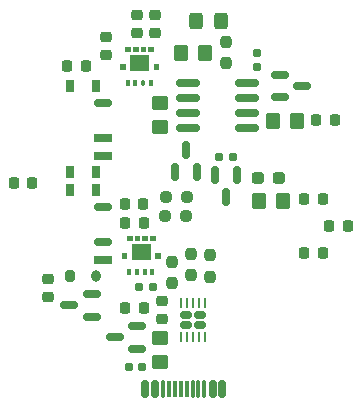
<source format=gbr>
%TF.GenerationSoftware,KiCad,Pcbnew,7.0.11*%
%TF.CreationDate,2024-09-02T12:26:07-05:00*%
%TF.ProjectId,uv_light,75765f6c-6967-4687-942e-6b696361645f,rev?*%
%TF.SameCoordinates,PX5f5e100PY5f5e100*%
%TF.FileFunction,Paste,Top*%
%TF.FilePolarity,Positive*%
%FSLAX46Y46*%
G04 Gerber Fmt 4.6, Leading zero omitted, Abs format (unit mm)*
G04 Created by KiCad (PCBNEW 7.0.11) date 2024-09-02 12:26:07*
%MOMM*%
%LPD*%
G01*
G04 APERTURE LIST*
G04 Aperture macros list*
%AMRoundRect*
0 Rectangle with rounded corners*
0 $1 Rounding radius*
0 $2 $3 $4 $5 $6 $7 $8 $9 X,Y pos of 4 corners*
0 Add a 4 corners polygon primitive as box body*
4,1,4,$2,$3,$4,$5,$6,$7,$8,$9,$2,$3,0*
0 Add four circle primitives for the rounded corners*
1,1,$1+$1,$2,$3*
1,1,$1+$1,$4,$5*
1,1,$1+$1,$6,$7*
1,1,$1+$1,$8,$9*
0 Add four rect primitives between the rounded corners*
20,1,$1+$1,$2,$3,$4,$5,0*
20,1,$1+$1,$4,$5,$6,$7,0*
20,1,$1+$1,$6,$7,$8,$9,0*
20,1,$1+$1,$8,$9,$2,$3,0*%
G04 Aperture macros list end*
%ADD10C,0.010000*%
%ADD11RoundRect,0.150000X-0.150000X-0.575000X0.150000X-0.575000X0.150000X0.575000X-0.150000X0.575000X0*%
%ADD12R,0.300000X1.450000*%
%ADD13RoundRect,0.075000X-0.075000X-0.650000X0.075000X-0.650000X0.075000X0.650000X-0.075000X0.650000X0*%
%ADD14RoundRect,0.225000X0.225000X0.250000X-0.225000X0.250000X-0.225000X-0.250000X0.225000X-0.250000X0*%
%ADD15R,0.350000X0.500000*%
%ADD16RoundRect,0.250000X0.350000X0.450000X-0.350000X0.450000X-0.350000X-0.450000X0.350000X-0.450000X0*%
%ADD17RoundRect,0.167500X0.312500X-0.167500X0.312500X0.167500X-0.312500X0.167500X-0.312500X-0.167500X0*%
%ADD18RoundRect,0.062500X0.062500X-0.362500X0.062500X0.362500X-0.062500X0.362500X-0.062500X-0.362500X0*%
%ADD19RoundRect,0.090000X0.035000X-0.335000X0.035000X0.335000X-0.035000X0.335000X-0.035000X-0.335000X0*%
%ADD20RoundRect,0.225000X-0.250000X0.225000X-0.250000X-0.225000X0.250000X-0.225000X0.250000X0.225000X0*%
%ADD21RoundRect,0.237500X0.237500X-0.250000X0.237500X0.250000X-0.237500X0.250000X-0.237500X-0.250000X0*%
%ADD22RoundRect,0.150000X-0.150000X0.587500X-0.150000X-0.587500X0.150000X-0.587500X0.150000X0.587500X0*%
%ADD23RoundRect,0.225000X0.250000X-0.225000X0.250000X0.225000X-0.250000X0.225000X-0.250000X-0.225000X0*%
%ADD24RoundRect,0.160000X0.160000X-0.197500X0.160000X0.197500X-0.160000X0.197500X-0.160000X-0.197500X0*%
%ADD25RoundRect,0.150000X0.587500X0.150000X-0.587500X0.150000X-0.587500X-0.150000X0.587500X-0.150000X0*%
%ADD26R,0.800000X1.000000*%
%ADD27RoundRect,0.175000X-0.575000X0.175000X-0.575000X-0.175000X0.575000X-0.175000X0.575000X0.175000X0*%
%ADD28R,1.500000X0.700000*%
%ADD29RoundRect,0.155000X-0.212500X-0.155000X0.212500X-0.155000X0.212500X0.155000X-0.212500X0.155000X0*%
%ADD30RoundRect,0.237500X0.287500X0.237500X-0.287500X0.237500X-0.287500X-0.237500X0.287500X-0.237500X0*%
%ADD31RoundRect,0.250000X-0.325000X-0.450000X0.325000X-0.450000X0.325000X0.450000X-0.325000X0.450000X0*%
%ADD32RoundRect,0.087500X0.087500X-0.162500X0.087500X0.162500X-0.087500X0.162500X-0.087500X-0.162500X0*%
%ADD33RoundRect,0.250000X-0.350000X-0.450000X0.350000X-0.450000X0.350000X0.450000X-0.350000X0.450000X0*%
%ADD34RoundRect,0.225000X-0.225000X-0.250000X0.225000X-0.250000X0.225000X0.250000X-0.225000X0.250000X0*%
%ADD35RoundRect,0.150000X0.825000X0.150000X-0.825000X0.150000X-0.825000X-0.150000X0.825000X-0.150000X0*%
%ADD36RoundRect,0.150000X-0.587500X-0.150000X0.587500X-0.150000X0.587500X0.150000X-0.587500X0.150000X0*%
%ADD37RoundRect,0.250000X0.450000X-0.350000X0.450000X0.350000X-0.450000X0.350000X-0.450000X-0.350000X0*%
%ADD38RoundRect,0.237500X-0.237500X0.250000X-0.237500X-0.250000X0.237500X-0.250000X0.237500X0.250000X0*%
%ADD39RoundRect,0.237500X-0.250000X-0.237500X0.250000X-0.237500X0.250000X0.237500X-0.250000X0.237500X0*%
%ADD40RoundRect,0.150000X0.150000X-0.587500X0.150000X0.587500X-0.150000X0.587500X-0.150000X-0.587500X0*%
%ADD41RoundRect,0.400000X0.000000X0.100000X0.000000X-0.100000X0.000000X-0.100000X0.000000X0.100000X0*%
%ADD42RoundRect,0.200000X-0.200000X0.300000X-0.200000X-0.300000X0.200000X-0.300000X0.200000X0.300000X0*%
%ADD43RoundRect,0.160000X-0.197500X-0.160000X0.197500X-0.160000X0.197500X0.160000X-0.197500X0.160000X0*%
%ADD44RoundRect,0.160000X0.197500X0.160000X-0.197500X0.160000X-0.197500X-0.160000X0.197500X-0.160000X0*%
G04 APERTURE END LIST*
%TO.C,Q3*%
D10*
X-2850000Y-6465000D02*
X-4400000Y-6465000D01*
X-4400000Y-5215000D01*
X-2850000Y-5215000D01*
X-2850000Y-6465000D01*
G36*
X-2850000Y-6465000D02*
G01*
X-4400000Y-6465000D01*
X-4400000Y-5215000D01*
X-2850000Y-5215000D01*
X-2850000Y-6465000D01*
G37*
X-4850000Y-6415000D02*
X-5230000Y-6415000D01*
X-5230000Y-5985000D01*
X-4850000Y-5985000D01*
X-4850000Y-6415000D01*
G36*
X-4850000Y-6415000D02*
G01*
X-5230000Y-6415000D01*
X-5230000Y-5985000D01*
X-4850000Y-5985000D01*
X-4850000Y-6415000D01*
G37*
X-2020000Y-6415000D02*
X-2400000Y-6415000D01*
X-2400000Y-5985000D01*
X-2020000Y-5985000D01*
X-2020000Y-6415000D01*
G36*
X-2020000Y-6415000D02*
G01*
X-2400000Y-6415000D01*
X-2400000Y-5985000D01*
X-2020000Y-5985000D01*
X-2020000Y-6415000D01*
G37*
X-4400000Y-4845000D02*
X-4800000Y-4845000D01*
X-4800000Y-4550000D01*
X-4400000Y-4550000D01*
X-4400000Y-4845000D01*
G36*
X-4400000Y-4845000D02*
G01*
X-4800000Y-4845000D01*
X-4800000Y-4550000D01*
X-4400000Y-4550000D01*
X-4400000Y-4845000D01*
G37*
X-3750000Y-4845000D02*
X-4150000Y-4845000D01*
X-4150000Y-4550000D01*
X-3750000Y-4550000D01*
X-3750000Y-4845000D01*
G36*
X-3750000Y-4845000D02*
G01*
X-4150000Y-4845000D01*
X-4150000Y-4550000D01*
X-3750000Y-4550000D01*
X-3750000Y-4845000D01*
G37*
X-3100000Y-4845000D02*
X-3500000Y-4845000D01*
X-3500000Y-4550000D01*
X-3100000Y-4550000D01*
X-3100000Y-4845000D01*
G36*
X-3100000Y-4845000D02*
G01*
X-3500000Y-4845000D01*
X-3500000Y-4550000D01*
X-3100000Y-4550000D01*
X-3100000Y-4845000D01*
G37*
X-2450000Y-4845000D02*
X-2850000Y-4845000D01*
X-2850000Y-4550000D01*
X-2450000Y-4550000D01*
X-2450000Y-4845000D01*
G36*
X-2450000Y-4845000D02*
G01*
X-2850000Y-4845000D01*
X-2850000Y-4550000D01*
X-2450000Y-4550000D01*
X-2450000Y-4845000D01*
G37*
%TO.C,Q2*%
X-3000000Y9535000D02*
X-4550000Y9535000D01*
X-4550000Y10785000D01*
X-3000000Y10785000D01*
X-3000000Y9535000D01*
G36*
X-3000000Y9535000D02*
G01*
X-4550000Y9535000D01*
X-4550000Y10785000D01*
X-3000000Y10785000D01*
X-3000000Y9535000D01*
G37*
X-5000000Y9585000D02*
X-5380000Y9585000D01*
X-5380000Y10015000D01*
X-5000000Y10015000D01*
X-5000000Y9585000D01*
G36*
X-5000000Y9585000D02*
G01*
X-5380000Y9585000D01*
X-5380000Y10015000D01*
X-5000000Y10015000D01*
X-5000000Y9585000D01*
G37*
X-2170000Y9585000D02*
X-2550000Y9585000D01*
X-2550000Y10015000D01*
X-2170000Y10015000D01*
X-2170000Y9585000D01*
G36*
X-2170000Y9585000D02*
G01*
X-2550000Y9585000D01*
X-2550000Y10015000D01*
X-2170000Y10015000D01*
X-2170000Y9585000D01*
G37*
X-4550000Y11155000D02*
X-4950000Y11155000D01*
X-4950000Y11450000D01*
X-4550000Y11450000D01*
X-4550000Y11155000D01*
G36*
X-4550000Y11155000D02*
G01*
X-4950000Y11155000D01*
X-4950000Y11450000D01*
X-4550000Y11450000D01*
X-4550000Y11155000D01*
G37*
X-3900000Y11155000D02*
X-4300000Y11155000D01*
X-4300000Y11450000D01*
X-3900000Y11450000D01*
X-3900000Y11155000D01*
G36*
X-3900000Y11155000D02*
G01*
X-4300000Y11155000D01*
X-4300000Y11450000D01*
X-3900000Y11450000D01*
X-3900000Y11155000D01*
G37*
X-3250000Y11155000D02*
X-3650000Y11155000D01*
X-3650000Y11450000D01*
X-3250000Y11450000D01*
X-3250000Y11155000D01*
G36*
X-3250000Y11155000D02*
G01*
X-3650000Y11155000D01*
X-3650000Y11450000D01*
X-3250000Y11450000D01*
X-3250000Y11155000D01*
G37*
X-2600000Y11155000D02*
X-3000000Y11155000D01*
X-3000000Y11450000D01*
X-2600000Y11450000D01*
X-2600000Y11155000D01*
G36*
X-2600000Y11155000D02*
G01*
X-3000000Y11155000D01*
X-3000000Y11450000D01*
X-2600000Y11450000D01*
X-2600000Y11155000D01*
G37*
%TD*%
D11*
%TO.C,J1*%
X-3250000Y-17455000D03*
X-2450000Y-17455000D03*
D12*
X-1250000Y-17455000D03*
X-250000Y-17455000D03*
X250000Y-17455000D03*
D13*
X1250000Y-17455000D03*
D11*
X2450000Y-17455000D03*
X3250000Y-17455000D03*
X3250000Y-17455000D03*
X2450000Y-17455000D03*
D13*
X1750000Y-17455000D03*
X750000Y-17455000D03*
D12*
X-750000Y-17455000D03*
D13*
X-1750000Y-17455000D03*
D11*
X-2450000Y-17455000D03*
X-3250000Y-17455000D03*
%TD*%
D14*
%TO.C,C13*%
X-3400000Y-3400000D03*
X-4950000Y-3400000D03*
%TD*%
%TO.C,C8*%
X11775000Y-1400000D03*
X10225000Y-1400000D03*
%TD*%
D15*
%TO.C,Q3*%
X-4600000Y-7600000D03*
X-3950000Y-7600000D03*
X-3300000Y-7600000D03*
X-2650000Y-7600000D03*
%TD*%
D16*
%TO.C,R13*%
X1800000Y11000000D03*
X-200000Y11000000D03*
%TD*%
D17*
%TO.C,U1*%
X205000Y-12060000D03*
X1395000Y-12060000D03*
X205000Y-11240000D03*
X1395000Y-11240000D03*
D18*
X-200000Y-13100000D03*
X300000Y-13100000D03*
X800000Y-13100000D03*
X1300000Y-13100000D03*
X1800000Y-13100000D03*
D19*
X1800000Y-10200000D03*
D18*
X1300000Y-10200000D03*
X800000Y-10200000D03*
X300000Y-10200000D03*
X-200000Y-10200000D03*
%TD*%
D20*
%TO.C,C4*%
X-11450000Y-8125000D03*
X-11450000Y-9675000D03*
%TD*%
D21*
%TO.C,R5*%
X2200000Y-7962500D03*
X2200000Y-6137500D03*
%TD*%
D22*
%TO.C,Q5*%
X4550000Y675000D03*
X2650000Y675000D03*
X3600000Y-1200000D03*
%TD*%
D23*
%TO.C,C5*%
X-6600000Y10800000D03*
X-6600000Y12350000D03*
%TD*%
D24*
%TO.C,R11*%
X6200000Y9802500D03*
X6200000Y10997500D03*
%TD*%
D21*
%TO.C,R7*%
X3600000Y10087500D03*
X3600000Y11912500D03*
%TD*%
D14*
%TO.C,C1*%
X-3425000Y-1800000D03*
X-4975000Y-1800000D03*
%TD*%
D25*
%TO.C,D21*%
X-3950000Y-14050000D03*
X-3950000Y-12150000D03*
X-5825000Y-13100000D03*
%TD*%
D26*
%TO.C,SW2*%
X-7450000Y8170000D03*
X-9660000Y8170000D03*
X-7450000Y870000D03*
X-9660000Y870000D03*
D27*
X-6800000Y6770000D03*
D28*
X-6800000Y3770000D03*
X-6800000Y2270000D03*
%TD*%
D29*
%TO.C,C15*%
X-4667500Y-15600000D03*
X-3532500Y-15600000D03*
%TD*%
D25*
%TO.C,Q1*%
X-7800000Y-11350000D03*
X-7800000Y-9450000D03*
X-9675000Y-10400000D03*
%TD*%
D23*
%TO.C,C7*%
X-2400000Y12625000D03*
X-2400000Y14175000D03*
%TD*%
D30*
%TO.C,D27*%
X8075000Y400000D03*
X6325000Y400000D03*
%TD*%
D31*
%TO.C,D26*%
X1075000Y13700000D03*
X3125000Y13700000D03*
%TD*%
D15*
%TO.C,Q2*%
X-4750000Y8400000D03*
X-4100000Y8400000D03*
D32*
X-3450000Y8400000D03*
D15*
X-2800000Y8400000D03*
%TD*%
D21*
%TO.C,R6*%
X600000Y-7862500D03*
X600000Y-6037500D03*
%TD*%
D33*
%TO.C,R9*%
X7600000Y5200000D03*
X9600000Y5200000D03*
%TD*%
D34*
%TO.C,C3*%
X12325000Y-3700000D03*
X13875000Y-3700000D03*
%TD*%
D35*
%TO.C,U2*%
X5355000Y4645000D03*
X5355000Y5915000D03*
X5355000Y7185000D03*
X5355000Y8455000D03*
X405000Y8455000D03*
X405000Y7185000D03*
X405000Y5915000D03*
X405000Y4645000D03*
%TD*%
D36*
%TO.C,Q4*%
X8125000Y9150000D03*
X8125000Y7250000D03*
X10000000Y8200000D03*
%TD*%
D37*
%TO.C,R2*%
X-2000000Y-15200000D03*
X-2000000Y-13200000D03*
%TD*%
D38*
%TO.C,R4*%
X-1000000Y-6687500D03*
X-1000000Y-8512500D03*
%TD*%
D23*
%TO.C,C12*%
X-3950000Y12625000D03*
X-3950000Y14175000D03*
%TD*%
D39*
%TO.C,R1*%
X-1625000Y-2800000D03*
X200000Y-2800000D03*
%TD*%
D40*
%TO.C,U3*%
X-750000Y862500D03*
X1150000Y862500D03*
X200000Y2737500D03*
%TD*%
D39*
%TO.C,R10*%
X-1512500Y-1200000D03*
X312500Y-1200000D03*
%TD*%
D37*
%TO.C,R8*%
X-2000000Y4700000D03*
X-2000000Y6700000D03*
%TD*%
D14*
%TO.C,C14*%
X-3400000Y-10600000D03*
X-4950000Y-10600000D03*
%TD*%
D33*
%TO.C,R14*%
X6400000Y-1600000D03*
X8400000Y-1600000D03*
%TD*%
D14*
%TO.C,C6*%
X12775000Y5300000D03*
X11225000Y5300000D03*
%TD*%
D26*
%TO.C,SW1*%
X-7450000Y-650000D03*
X-9660000Y-650000D03*
D41*
X-7450000Y-7950000D03*
D42*
X-9660000Y-7950000D03*
D27*
X-6800000Y-2050000D03*
X-6800000Y-5050000D03*
D28*
X-6800000Y-6550000D03*
%TD*%
D43*
%TO.C,R12*%
X3002500Y2200000D03*
X4197500Y2200000D03*
%TD*%
D14*
%TO.C,C10*%
X11775000Y-6000000D03*
X10225000Y-6000000D03*
%TD*%
%TO.C,C2*%
X-8300000Y9900000D03*
X-9850000Y9900000D03*
%TD*%
D23*
%TO.C,C9*%
X-1800000Y-11575000D03*
X-1800000Y-10025000D03*
%TD*%
D14*
%TO.C,C11*%
X-12825000Y0D03*
X-14375000Y0D03*
%TD*%
D44*
%TO.C,R3*%
X-2602500Y-8800000D03*
X-3797500Y-8800000D03*
%TD*%
M02*

</source>
